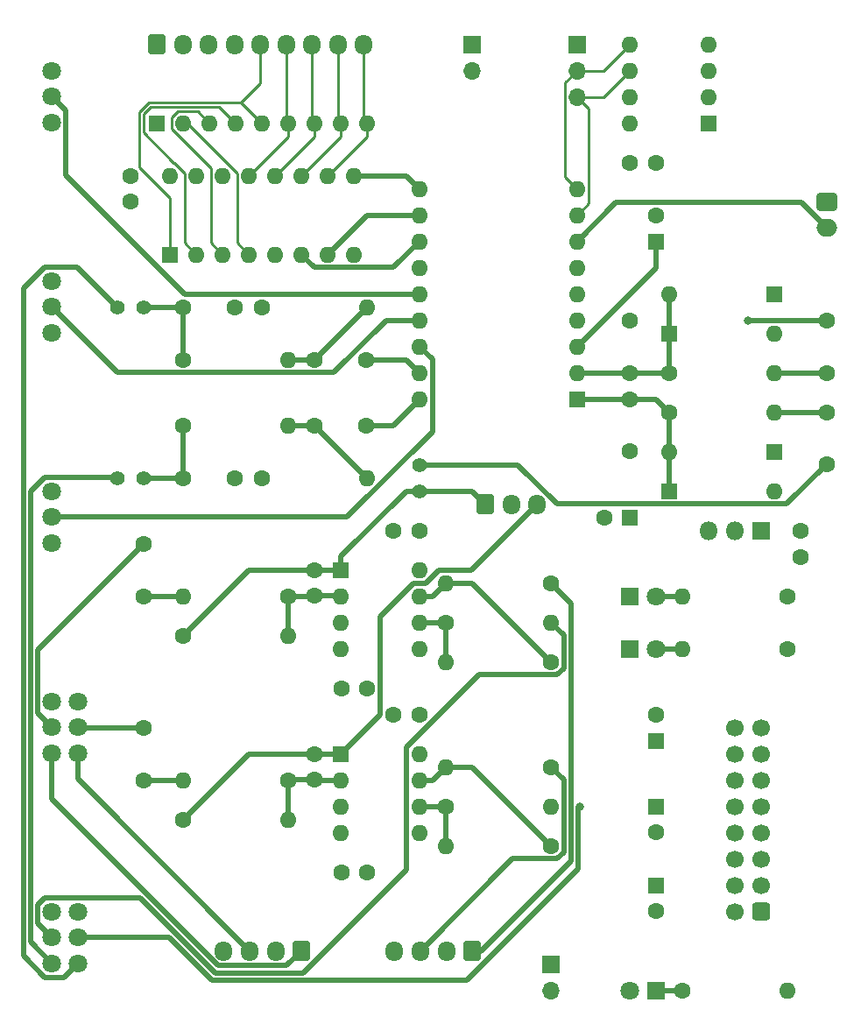
<source format=gtl>
G04 #@! TF.GenerationSoftware,KiCad,Pcbnew,(5.1.10)-1*
G04 #@! TF.CreationDate,2022-05-02T08:50:14+09:00*
G04 #@! TF.ProjectId,FV01,46563031-2e6b-4696-9361-645f70636258,Ver.1.0*
G04 #@! TF.SameCoordinates,Original*
G04 #@! TF.FileFunction,Copper,L1,Top*
G04 #@! TF.FilePolarity,Positive*
%FSLAX46Y46*%
G04 Gerber Fmt 4.6, Leading zero omitted, Abs format (unit mm)*
G04 Created by KiCad (PCBNEW (5.1.10)-1) date 2022-05-02 08:50:14*
%MOMM*%
%LPD*%
G01*
G04 APERTURE LIST*
G04 #@! TA.AperFunction,ComponentPad*
%ADD10O,1.700000X1.950000*%
G04 #@! TD*
G04 #@! TA.AperFunction,ComponentPad*
%ADD11C,1.600000*%
G04 #@! TD*
G04 #@! TA.AperFunction,ComponentPad*
%ADD12R,1.600000X1.600000*%
G04 #@! TD*
G04 #@! TA.AperFunction,ComponentPad*
%ADD13C,1.800000*%
G04 #@! TD*
G04 #@! TA.AperFunction,ComponentPad*
%ADD14O,1.700000X1.700000*%
G04 #@! TD*
G04 #@! TA.AperFunction,ComponentPad*
%ADD15R,1.700000X1.700000*%
G04 #@! TD*
G04 #@! TA.AperFunction,ComponentPad*
%ADD16O,1.600000X1.600000*%
G04 #@! TD*
G04 #@! TA.AperFunction,ComponentPad*
%ADD17O,1.800000X1.800000*%
G04 #@! TD*
G04 #@! TA.AperFunction,ComponentPad*
%ADD18R,1.800000X1.800000*%
G04 #@! TD*
G04 #@! TA.AperFunction,ComponentPad*
%ADD19O,2.000000X1.700000*%
G04 #@! TD*
G04 #@! TA.AperFunction,ComponentPad*
%ADD20C,1.400000*%
G04 #@! TD*
G04 #@! TA.AperFunction,ComponentPad*
%ADD21C,1.700000*%
G04 #@! TD*
G04 #@! TA.AperFunction,ViaPad*
%ADD22C,0.800000*%
G04 #@! TD*
G04 #@! TA.AperFunction,Conductor*
%ADD23C,0.500000*%
G04 #@! TD*
G04 #@! TA.AperFunction,Conductor*
%ADD24C,0.250000*%
G04 #@! TD*
G04 APERTURE END LIST*
D10*
G04 #@! TO.P,J3,4*
G04 #@! TO.N,GND*
X128390000Y-142240000D03*
G04 #@! TO.P,J3,3*
G04 #@! TO.N,/RIN*
X130890000Y-142240000D03*
G04 #@! TO.P,J3,2*
G04 #@! TO.N,GND*
X133390000Y-142240000D03*
G04 #@! TO.P,J3,1*
G04 #@! TO.N,/LIN*
G04 #@! TA.AperFunction,ComponentPad*
G36*
G01*
X136740000Y-141515000D02*
X136740000Y-142965000D01*
G75*
G02*
X136490000Y-143215000I-250000J0D01*
G01*
X135290000Y-143215000D01*
G75*
G02*
X135040000Y-142965000I0J250000D01*
G01*
X135040000Y-141515000D01*
G75*
G02*
X135290000Y-141265000I250000J0D01*
G01*
X136490000Y-141265000D01*
G75*
G02*
X136740000Y-141515000I0J-250000D01*
G01*
G37*
G04 #@! TD.AperFunction*
G04 #@! TD*
D11*
G04 #@! TO.P,C1,2*
G04 #@! TO.N,Net-(C1-Pad2)*
X137160000Y-107910000D03*
G04 #@! TO.P,C1,1*
G04 #@! TO.N,Net-(C1-Pad1)*
X137160000Y-105410000D03*
G04 #@! TD*
G04 #@! TO.P,C19,2*
G04 #@! TO.N,GND*
X129460000Y-80010000D03*
G04 #@! TO.P,C19,1*
G04 #@! TO.N,/FV-1/RFXOUT*
X124460000Y-80010000D03*
G04 #@! TD*
G04 #@! TO.P,C17,2*
G04 #@! TO.N,GND*
X129460000Y-96520000D03*
G04 #@! TO.P,C17,1*
G04 #@! TO.N,/FV-1/LFXOUT*
X124460000Y-96520000D03*
G04 #@! TD*
G04 #@! TO.P,C22,2*
G04 #@! TO.N,GND*
X170180000Y-71160000D03*
D12*
G04 #@! TO.P,C22,1*
G04 #@! TO.N,Net-(C22-Pad1)*
X170180000Y-73660000D03*
G04 #@! TD*
D11*
G04 #@! TO.P,C21,2*
G04 #@! TO.N,GND*
X167640000Y-81360000D03*
G04 #@! TO.P,C21,1*
G04 #@! TO.N,Net-(C21-Pad1)*
X167640000Y-86360000D03*
G04 #@! TD*
G04 #@! TO.P,C16,2*
G04 #@! TO.N,GND*
X167640000Y-93900000D03*
G04 #@! TO.P,C16,1*
G04 #@! TO.N,Net-(C16-Pad1)*
X167640000Y-88900000D03*
G04 #@! TD*
D13*
G04 #@! TO.P,RV5,1*
G04 #@! TO.N,GND*
X111760000Y-97790000D03*
G04 #@! TO.P,RV5,2*
G04 #@! TO.N,Net-(RV5-Pad2)*
X111760000Y-100290000D03*
G04 #@! TO.P,RV5,3*
G04 #@! TO.N,+3V3*
X111760000Y-102790000D03*
G04 #@! TD*
G04 #@! TO.P,RV4,1*
G04 #@! TO.N,GND*
X111760000Y-77470000D03*
G04 #@! TO.P,RV4,2*
G04 #@! TO.N,Net-(RV4-Pad2)*
X111760000Y-79970000D03*
G04 #@! TO.P,RV4,3*
G04 #@! TO.N,+3V3*
X111760000Y-82470000D03*
G04 #@! TD*
G04 #@! TO.P,RV3,1*
G04 #@! TO.N,GND*
X111760000Y-57150000D03*
G04 #@! TO.P,RV3,2*
G04 #@! TO.N,Net-(RV3-Pad2)*
X111760000Y-59650000D03*
G04 #@! TO.P,RV3,3*
G04 #@! TO.N,+3V3*
X111760000Y-62150000D03*
G04 #@! TD*
G04 #@! TO.P,RV2,4*
G04 #@! TO.N,Net-(C6-Pad1)*
X114260000Y-138430000D03*
G04 #@! TO.P,RV2,5*
G04 #@! TO.N,Net-(R12-Pad2)*
X114260000Y-140930000D03*
G04 #@! TO.P,RV2,6*
G04 #@! TO.N,Net-(JP3-Pad2)*
X114260000Y-143430000D03*
G04 #@! TO.P,RV2,1*
G04 #@! TO.N,Net-(C1-Pad1)*
X111760000Y-138430000D03*
G04 #@! TO.P,RV2,2*
G04 #@! TO.N,Net-(R5-Pad2)*
X111760000Y-140930000D03*
G04 #@! TO.P,RV2,3*
G04 #@! TO.N,Net-(JP2-Pad2)*
X111760000Y-143430000D03*
G04 #@! TD*
G04 #@! TO.P,RV1,4*
G04 #@! TO.N,GND*
X114260000Y-118110000D03*
G04 #@! TO.P,RV1,5*
G04 #@! TO.N,Net-(C9-Pad2)*
X114260000Y-120610000D03*
G04 #@! TO.P,RV1,6*
G04 #@! TO.N,/RIN*
X114260000Y-123110000D03*
G04 #@! TO.P,RV1,1*
G04 #@! TO.N,GND*
X111760000Y-118110000D03*
G04 #@! TO.P,RV1,2*
G04 #@! TO.N,Net-(C3-Pad2)*
X111760000Y-120610000D03*
G04 #@! TO.P,RV1,3*
G04 #@! TO.N,/LIN*
X111760000Y-123110000D03*
G04 #@! TD*
D10*
G04 #@! TO.P,J7,9*
G04 #@! TO.N,Net-(J7-Pad9)*
X141920000Y-54610000D03*
G04 #@! TO.P,J7,8*
G04 #@! TO.N,Net-(J7-Pad8)*
X139420000Y-54610000D03*
G04 #@! TO.P,J7,7*
G04 #@! TO.N,Net-(J7-Pad7)*
X136920000Y-54610000D03*
G04 #@! TO.P,J7,6*
G04 #@! TO.N,Net-(J7-Pad6)*
X134420000Y-54610000D03*
G04 #@! TO.P,J7,5*
G04 #@! TO.N,Net-(J7-Pad5)*
X131920000Y-54610000D03*
G04 #@! TO.P,J7,4*
G04 #@! TO.N,Net-(J7-Pad4)*
X129420000Y-54610000D03*
G04 #@! TO.P,J7,3*
G04 #@! TO.N,Net-(J7-Pad3)*
X126920000Y-54610000D03*
G04 #@! TO.P,J7,2*
G04 #@! TO.N,Net-(J7-Pad2)*
X124420000Y-54610000D03*
G04 #@! TO.P,J7,1*
G04 #@! TO.N,GND*
G04 #@! TA.AperFunction,ComponentPad*
G36*
G01*
X121070000Y-55335000D02*
X121070000Y-53885000D01*
G75*
G02*
X121320000Y-53635000I250000J0D01*
G01*
X122520000Y-53635000D01*
G75*
G02*
X122770000Y-53885000I0J-250000D01*
G01*
X122770000Y-55335000D01*
G75*
G02*
X122520000Y-55585000I-250000J0D01*
G01*
X121320000Y-55585000D01*
G75*
G02*
X121070000Y-55335000I0J250000D01*
G01*
G37*
G04 #@! TD.AperFunction*
G04 #@! TD*
D14*
G04 #@! TO.P,J6,3*
G04 #@! TO.N,/FV-1/SCL*
X162560000Y-59690000D03*
G04 #@! TO.P,J6,2*
G04 #@! TO.N,/FV-1/SDA*
X162560000Y-57150000D03*
D15*
G04 #@! TO.P,J6,1*
G04 #@! TO.N,GND*
X162560000Y-54610000D03*
G04 #@! TD*
D14*
G04 #@! TO.P,J5,2*
G04 #@! TO.N,GND*
X160020000Y-146050000D03*
D15*
G04 #@! TO.P,J5,1*
X160020000Y-143510000D03*
G04 #@! TD*
D14*
G04 #@! TO.P,J4,2*
G04 #@! TO.N,GND*
X152400000Y-57150000D03*
D15*
G04 #@! TO.P,J4,1*
X152400000Y-54610000D03*
G04 #@! TD*
D11*
G04 #@! TO.P,C6,2*
G04 #@! TO.N,Net-(C6-Pad2)*
X137160000Y-125690000D03*
G04 #@! TO.P,C6,1*
G04 #@! TO.N,Net-(C6-Pad1)*
X137160000Y-123190000D03*
G04 #@! TD*
G04 #@! TO.P,C5,2*
G04 #@! TO.N,GND*
X170180000Y-130770000D03*
D12*
G04 #@! TO.P,C5,1*
G04 #@! TO.N,+12V*
X170180000Y-128270000D03*
G04 #@! TD*
D16*
G04 #@! TO.P,U6,16*
G04 #@! TO.N,+3V3*
X123190000Y-67310000D03*
G04 #@! TO.P,U6,8*
G04 #@! TO.N,GND*
X140970000Y-74930000D03*
G04 #@! TO.P,U6,15*
G04 #@! TO.N,N/C*
X125730000Y-67310000D03*
G04 #@! TO.P,U6,7*
G04 #@! TO.N,Net-(U4-Pad11)*
X138430000Y-74930000D03*
G04 #@! TO.P,U6,14*
G04 #@! TO.N,N/C*
X128270000Y-67310000D03*
G04 #@! TO.P,U6,6*
G04 #@! TO.N,Net-(U4-Pad12)*
X135890000Y-74930000D03*
G04 #@! TO.P,U6,13*
G04 #@! TO.N,Net-(J7-Pad6)*
X130810000Y-67310000D03*
G04 #@! TO.P,U6,5*
G04 #@! TO.N,GND*
X133350000Y-74930000D03*
G04 #@! TO.P,U6,12*
G04 #@! TO.N,Net-(J7-Pad7)*
X133350000Y-67310000D03*
G04 #@! TO.P,U6,4*
G04 #@! TO.N,Net-(J7-Pad2)*
X130810000Y-74930000D03*
G04 #@! TO.P,U6,11*
G04 #@! TO.N,Net-(J7-Pad8)*
X135890000Y-67310000D03*
G04 #@! TO.P,U6,3*
G04 #@! TO.N,Net-(J7-Pad3)*
X128270000Y-74930000D03*
G04 #@! TO.P,U6,10*
G04 #@! TO.N,Net-(J7-Pad9)*
X138430000Y-67310000D03*
G04 #@! TO.P,U6,2*
G04 #@! TO.N,Net-(J7-Pad4)*
X125730000Y-74930000D03*
G04 #@! TO.P,U6,9*
G04 #@! TO.N,Net-(U4-Pad10)*
X140970000Y-67310000D03*
D12*
G04 #@! TO.P,U6,1*
G04 #@! TO.N,Net-(J7-Pad5)*
X123190000Y-74930000D03*
G04 #@! TD*
D16*
G04 #@! TO.P,U5,8*
G04 #@! TO.N,+3V3*
X167640000Y-62230000D03*
G04 #@! TO.P,U5,4*
G04 #@! TO.N,GND*
X175260000Y-54610000D03*
G04 #@! TO.P,U5,7*
X167640000Y-59690000D03*
G04 #@! TO.P,U5,3*
X175260000Y-57150000D03*
G04 #@! TO.P,U5,6*
G04 #@! TO.N,/FV-1/SCL*
X167640000Y-57150000D03*
G04 #@! TO.P,U5,2*
G04 #@! TO.N,GND*
X175260000Y-59690000D03*
G04 #@! TO.P,U5,5*
G04 #@! TO.N,/FV-1/SDA*
X167640000Y-54610000D03*
D12*
G04 #@! TO.P,U5,1*
G04 #@! TO.N,GND*
X175260000Y-62230000D03*
G04 #@! TD*
D16*
G04 #@! TO.P,U4,12*
G04 #@! TO.N,Net-(U4-Pad12)*
X147320000Y-73660000D03*
G04 #@! TO.P,U4,11*
G04 #@! TO.N,Net-(U4-Pad11)*
X147320000Y-71120000D03*
G04 #@! TO.P,U4,10*
G04 #@! TO.N,Net-(U4-Pad10)*
X147320000Y-68580000D03*
G04 #@! TO.P,U4,9*
G04 #@! TO.N,/FV-1/SDA*
X162560000Y-68580000D03*
G04 #@! TO.P,U4,8*
G04 #@! TO.N,/FV-1/SCL*
X162560000Y-71120000D03*
G04 #@! TO.P,U4,7*
G04 #@! TO.N,Net-(SW2-Pad2)*
X162560000Y-73660000D03*
G04 #@! TO.P,U4,18*
G04 #@! TO.N,Net-(C15-Pad2)*
X147320000Y-88900000D03*
G04 #@! TO.P,U4,6*
G04 #@! TO.N,+3V3*
X162560000Y-76200000D03*
G04 #@! TO.P,U4,17*
G04 #@! TO.N,Net-(C18-Pad2)*
X147320000Y-86360000D03*
G04 #@! TO.P,U4,5*
G04 #@! TO.N,+3V3*
X162560000Y-78740000D03*
G04 #@! TO.P,U4,16*
G04 #@! TO.N,Net-(RV5-Pad2)*
X147320000Y-83820000D03*
G04 #@! TO.P,U4,4*
G04 #@! TO.N,GND*
X162560000Y-81280000D03*
G04 #@! TO.P,U4,15*
G04 #@! TO.N,Net-(RV4-Pad2)*
X147320000Y-81280000D03*
G04 #@! TO.P,U4,3*
G04 #@! TO.N,Net-(C22-Pad1)*
X162560000Y-83820000D03*
G04 #@! TO.P,U4,14*
G04 #@! TO.N,Net-(RV3-Pad2)*
X147320000Y-78740000D03*
G04 #@! TO.P,U4,2*
G04 #@! TO.N,Net-(C21-Pad1)*
X162560000Y-86360000D03*
G04 #@! TO.P,U4,13*
G04 #@! TO.N,+3V3*
X147320000Y-76200000D03*
D12*
G04 #@! TO.P,U4,1*
G04 #@! TO.N,Net-(C16-Pad1)*
X162560000Y-88900000D03*
G04 #@! TD*
D17*
G04 #@! TO.P,U3,3*
G04 #@! TO.N,+3V3*
X175260000Y-101600000D03*
G04 #@! TO.P,U3,2*
G04 #@! TO.N,GND*
X177800000Y-101600000D03*
D18*
G04 #@! TO.P,U3,1*
G04 #@! TO.N,+5V*
X180340000Y-101600000D03*
G04 #@! TD*
D16*
G04 #@! TO.P,U2,8*
G04 #@! TO.N,+12V*
X147320000Y-123190000D03*
G04 #@! TO.P,U2,4*
G04 #@! TO.N,-12V*
X139700000Y-130810000D03*
G04 #@! TO.P,U2,7*
G04 #@! TO.N,Net-(R11-Pad2)*
X147320000Y-125730000D03*
G04 #@! TO.P,U2,3*
G04 #@! TO.N,GND*
X139700000Y-128270000D03*
G04 #@! TO.P,U2,6*
G04 #@! TO.N,Net-(R12-Pad1)*
X147320000Y-128270000D03*
G04 #@! TO.P,U2,2*
G04 #@! TO.N,Net-(C6-Pad2)*
X139700000Y-125730000D03*
G04 #@! TO.P,U2,5*
G04 #@! TO.N,GND*
X147320000Y-130810000D03*
D12*
G04 #@! TO.P,U2,1*
G04 #@! TO.N,Net-(C6-Pad1)*
X139700000Y-123190000D03*
G04 #@! TD*
D16*
G04 #@! TO.P,U1,8*
G04 #@! TO.N,+12V*
X147320000Y-105410000D03*
G04 #@! TO.P,U1,4*
G04 #@! TO.N,-12V*
X139700000Y-113030000D03*
G04 #@! TO.P,U1,7*
G04 #@! TO.N,Net-(R2-Pad1)*
X147320000Y-107950000D03*
G04 #@! TO.P,U1,3*
G04 #@! TO.N,GND*
X139700000Y-110490000D03*
G04 #@! TO.P,U1,6*
G04 #@! TO.N,Net-(R2-Pad2)*
X147320000Y-110490000D03*
G04 #@! TO.P,U1,2*
G04 #@! TO.N,Net-(C1-Pad2)*
X139700000Y-107950000D03*
G04 #@! TO.P,U1,5*
G04 #@! TO.N,GND*
X147320000Y-113030000D03*
D12*
G04 #@! TO.P,U1,1*
G04 #@! TO.N,Net-(C1-Pad1)*
X139700000Y-105410000D03*
G04 #@! TD*
D19*
G04 #@! TO.P,SW2,2*
G04 #@! TO.N,Net-(SW2-Pad2)*
X186690000Y-72350000D03*
G04 #@! TO.P,SW2,1*
G04 #@! TO.N,GND*
G04 #@! TA.AperFunction,ComponentPad*
G36*
G01*
X185940000Y-69000000D02*
X187440000Y-69000000D01*
G75*
G02*
X187690000Y-69250000I0J-250000D01*
G01*
X187690000Y-70450000D01*
G75*
G02*
X187440000Y-70700000I-250000J0D01*
G01*
X185940000Y-70700000D01*
G75*
G02*
X185690000Y-70450000I0J250000D01*
G01*
X185690000Y-69250000D01*
G75*
G02*
X185940000Y-69000000I250000J0D01*
G01*
G37*
G04 #@! TD.AperFunction*
G04 #@! TD*
D10*
G04 #@! TO.P,SW1,3*
G04 #@! TO.N,Net-(C6-Pad1)*
X158670000Y-99060000D03*
G04 #@! TO.P,SW1,2*
G04 #@! TO.N,/FV-1/RFXIN*
X156170000Y-99060000D03*
G04 #@! TO.P,SW1,1*
G04 #@! TO.N,Net-(C1-Pad1)*
G04 #@! TA.AperFunction,ComponentPad*
G36*
G01*
X152820000Y-99785000D02*
X152820000Y-98335000D01*
G75*
G02*
X153070000Y-98085000I250000J0D01*
G01*
X154270000Y-98085000D01*
G75*
G02*
X154520000Y-98335000I0J-250000D01*
G01*
X154520000Y-99785000D01*
G75*
G02*
X154270000Y-100035000I-250000J0D01*
G01*
X153070000Y-100035000D01*
G75*
G02*
X152820000Y-99785000I0J250000D01*
G01*
G37*
G04 #@! TD.AperFunction*
G04 #@! TD*
D16*
G04 #@! TO.P,RN1,9*
G04 #@! TO.N,Net-(J7-Pad9)*
X142240000Y-62230000D03*
G04 #@! TO.P,RN1,8*
G04 #@! TO.N,Net-(J7-Pad8)*
X139700000Y-62230000D03*
G04 #@! TO.P,RN1,7*
G04 #@! TO.N,Net-(J7-Pad7)*
X137160000Y-62230000D03*
G04 #@! TO.P,RN1,6*
G04 #@! TO.N,Net-(J7-Pad6)*
X134620000Y-62230000D03*
G04 #@! TO.P,RN1,5*
G04 #@! TO.N,Net-(J7-Pad5)*
X132080000Y-62230000D03*
G04 #@! TO.P,RN1,4*
G04 #@! TO.N,Net-(J7-Pad4)*
X129540000Y-62230000D03*
G04 #@! TO.P,RN1,3*
G04 #@! TO.N,Net-(J7-Pad3)*
X127000000Y-62230000D03*
G04 #@! TO.P,RN1,2*
G04 #@! TO.N,Net-(J7-Pad2)*
X124460000Y-62230000D03*
D12*
G04 #@! TO.P,RN1,1*
G04 #@! TO.N,+3V3*
X121920000Y-62230000D03*
G04 #@! TD*
D16*
G04 #@! TO.P,R19,2*
G04 #@! TO.N,Net-(C20-Pad1)*
X181610000Y-86360000D03*
D11*
G04 #@! TO.P,R19,1*
G04 #@! TO.N,Net-(C21-Pad1)*
X171450000Y-86360000D03*
G04 #@! TD*
D16*
G04 #@! TO.P,R18,2*
G04 #@! TO.N,Net-(C18-Pad1)*
X142240000Y-80010000D03*
D11*
G04 #@! TO.P,R18,1*
G04 #@! TO.N,GND*
X132080000Y-80010000D03*
G04 #@! TD*
D16*
G04 #@! TO.P,R17,2*
G04 #@! TO.N,Net-(C18-Pad1)*
X134620000Y-85090000D03*
D11*
G04 #@! TO.P,R17,1*
G04 #@! TO.N,/FV-1/RFXOUT*
X124460000Y-85090000D03*
G04 #@! TD*
D16*
G04 #@! TO.P,R16,2*
G04 #@! TO.N,Net-(C15-Pad1)*
X142240000Y-96520000D03*
D11*
G04 #@! TO.P,R16,1*
G04 #@! TO.N,GND*
X132080000Y-96520000D03*
G04 #@! TD*
D16*
G04 #@! TO.P,R15,2*
G04 #@! TO.N,Net-(C15-Pad1)*
X134620000Y-91440000D03*
D11*
G04 #@! TO.P,R15,1*
G04 #@! TO.N,/FV-1/LFXOUT*
X124460000Y-91440000D03*
G04 #@! TD*
D16*
G04 #@! TO.P,R14,2*
G04 #@! TO.N,Net-(C14-Pad1)*
X181610000Y-90170000D03*
D11*
G04 #@! TO.P,R14,1*
G04 #@! TO.N,Net-(C16-Pad1)*
X171450000Y-90170000D03*
G04 #@! TD*
D16*
G04 #@! TO.P,R13,2*
G04 #@! TO.N,Net-(D3-Pad2)*
X172720000Y-107950000D03*
D11*
G04 #@! TO.P,R13,1*
G04 #@! TO.N,+3V3*
X182880000Y-107950000D03*
G04 #@! TD*
D16*
G04 #@! TO.P,R12,2*
G04 #@! TO.N,Net-(R12-Pad2)*
X160020000Y-128270000D03*
D11*
G04 #@! TO.P,R12,1*
G04 #@! TO.N,Net-(R12-Pad1)*
X149860000Y-128270000D03*
G04 #@! TD*
D16*
G04 #@! TO.P,R11,2*
G04 #@! TO.N,Net-(R11-Pad2)*
X149860000Y-124460000D03*
D11*
G04 #@! TO.P,R11,1*
G04 #@! TO.N,/ROUT*
X160020000Y-124460000D03*
G04 #@! TD*
D16*
G04 #@! TO.P,R10,2*
G04 #@! TO.N,Net-(C9-Pad1)*
X124460000Y-125730000D03*
D11*
G04 #@! TO.P,R10,1*
G04 #@! TO.N,Net-(C6-Pad2)*
X134620000Y-125730000D03*
G04 #@! TD*
D16*
G04 #@! TO.P,R9,2*
G04 #@! TO.N,Net-(R12-Pad1)*
X149860000Y-132080000D03*
D11*
G04 #@! TO.P,R9,1*
G04 #@! TO.N,Net-(R11-Pad2)*
X160020000Y-132080000D03*
G04 #@! TD*
D16*
G04 #@! TO.P,R8,2*
G04 #@! TO.N,-12V*
X182880000Y-146050000D03*
D11*
G04 #@! TO.P,R8,1*
G04 #@! TO.N,Net-(D2-Pad1)*
X172720000Y-146050000D03*
G04 #@! TD*
D16*
G04 #@! TO.P,R7,2*
G04 #@! TO.N,Net-(C6-Pad2)*
X134620000Y-129540000D03*
D11*
G04 #@! TO.P,R7,1*
G04 #@! TO.N,Net-(C6-Pad1)*
X124460000Y-129540000D03*
G04 #@! TD*
D16*
G04 #@! TO.P,R6,2*
G04 #@! TO.N,Net-(D1-Pad2)*
X172720000Y-113030000D03*
D11*
G04 #@! TO.P,R6,1*
G04 #@! TO.N,+12V*
X182880000Y-113030000D03*
G04 #@! TD*
D16*
G04 #@! TO.P,R5,2*
G04 #@! TO.N,Net-(R5-Pad2)*
X160020000Y-110490000D03*
D11*
G04 #@! TO.P,R5,1*
G04 #@! TO.N,Net-(R2-Pad2)*
X149860000Y-110490000D03*
G04 #@! TD*
D16*
G04 #@! TO.P,R4,2*
G04 #@! TO.N,Net-(R2-Pad1)*
X149860000Y-106680000D03*
D11*
G04 #@! TO.P,R4,1*
G04 #@! TO.N,/LOUT*
X160020000Y-106680000D03*
G04 #@! TD*
D16*
G04 #@! TO.P,R3,2*
G04 #@! TO.N,Net-(C3-Pad1)*
X124460000Y-107950000D03*
D11*
G04 #@! TO.P,R3,1*
G04 #@! TO.N,Net-(C1-Pad2)*
X134620000Y-107950000D03*
G04 #@! TD*
D16*
G04 #@! TO.P,R2,2*
G04 #@! TO.N,Net-(R2-Pad2)*
X149860000Y-114300000D03*
D11*
G04 #@! TO.P,R2,1*
G04 #@! TO.N,Net-(R2-Pad1)*
X160020000Y-114300000D03*
G04 #@! TD*
D16*
G04 #@! TO.P,R1,2*
G04 #@! TO.N,Net-(C1-Pad2)*
X134620000Y-111760000D03*
D11*
G04 #@! TO.P,R1,1*
G04 #@! TO.N,Net-(C1-Pad1)*
X124460000Y-111760000D03*
G04 #@! TD*
D20*
G04 #@! TO.P,JP3,2*
G04 #@! TO.N,Net-(JP3-Pad2)*
X118110000Y-80010000D03*
G04 #@! TO.P,JP3,1*
G04 #@! TO.N,/FV-1/RFXOUT*
X120650000Y-80010000D03*
G04 #@! TD*
G04 #@! TO.P,JP2,2*
G04 #@! TO.N,Net-(JP2-Pad2)*
X118110000Y-96520000D03*
G04 #@! TO.P,JP2,1*
G04 #@! TO.N,/FV-1/LFXOUT*
X120650000Y-96520000D03*
G04 #@! TD*
G04 #@! TO.P,JP1,2*
G04 #@! TO.N,/FV-1/LFXIN*
X147320000Y-95250000D03*
G04 #@! TO.P,JP1,1*
G04 #@! TO.N,Net-(C1-Pad1)*
X147320000Y-97790000D03*
G04 #@! TD*
D10*
G04 #@! TO.P,J2,4*
G04 #@! TO.N,GND*
X144900000Y-142240000D03*
G04 #@! TO.P,J2,3*
G04 #@! TO.N,/ROUT*
X147400000Y-142240000D03*
G04 #@! TO.P,J2,2*
G04 #@! TO.N,GND*
X149900000Y-142240000D03*
G04 #@! TO.P,J2,1*
G04 #@! TO.N,/LOUT*
G04 #@! TA.AperFunction,ComponentPad*
G36*
G01*
X153250000Y-141515000D02*
X153250000Y-142965000D01*
G75*
G02*
X153000000Y-143215000I-250000J0D01*
G01*
X151800000Y-143215000D01*
G75*
G02*
X151550000Y-142965000I0J250000D01*
G01*
X151550000Y-141515000D01*
G75*
G02*
X151800000Y-141265000I250000J0D01*
G01*
X153000000Y-141265000D01*
G75*
G02*
X153250000Y-141515000I0J-250000D01*
G01*
G37*
G04 #@! TD.AperFunction*
G04 #@! TD*
D21*
G04 #@! TO.P,J1,16*
G04 #@! TO.N,N/C*
X177800000Y-120650000D03*
G04 #@! TO.P,J1,14*
X177800000Y-123190000D03*
G04 #@! TO.P,J1,12*
G04 #@! TO.N,+5V*
X177800000Y-125730000D03*
G04 #@! TO.P,J1,10*
G04 #@! TO.N,+12V*
X177800000Y-128270000D03*
G04 #@! TO.P,J1,8*
G04 #@! TO.N,GND*
X177800000Y-130810000D03*
G04 #@! TO.P,J1,6*
X177800000Y-133350000D03*
G04 #@! TO.P,J1,4*
X177800000Y-135890000D03*
G04 #@! TO.P,J1,2*
G04 #@! TO.N,-12V*
X177800000Y-138430000D03*
G04 #@! TO.P,J1,15*
G04 #@! TO.N,N/C*
X180340000Y-120650000D03*
G04 #@! TO.P,J1,13*
X180340000Y-123190000D03*
G04 #@! TO.P,J1,11*
G04 #@! TO.N,+5V*
X180340000Y-125730000D03*
G04 #@! TO.P,J1,9*
G04 #@! TO.N,+12V*
X180340000Y-128270000D03*
G04 #@! TO.P,J1,7*
G04 #@! TO.N,GND*
X180340000Y-130810000D03*
G04 #@! TO.P,J1,5*
X180340000Y-133350000D03*
G04 #@! TO.P,J1,3*
X180340000Y-135890000D03*
G04 #@! TO.P,J1,1*
G04 #@! TO.N,-12V*
G04 #@! TA.AperFunction,ComponentPad*
G36*
G01*
X181190000Y-137830000D02*
X181190000Y-139030000D01*
G75*
G02*
X180940000Y-139280000I-250000J0D01*
G01*
X179740000Y-139280000D01*
G75*
G02*
X179490000Y-139030000I0J250000D01*
G01*
X179490000Y-137830000D01*
G75*
G02*
X179740000Y-137580000I250000J0D01*
G01*
X180940000Y-137580000D01*
G75*
G02*
X181190000Y-137830000I0J-250000D01*
G01*
G37*
G04 #@! TD.AperFunction*
G04 #@! TD*
D16*
G04 #@! TO.P,D7,2*
G04 #@! TO.N,GND*
X181610000Y-82550000D03*
D12*
G04 #@! TO.P,D7,1*
G04 #@! TO.N,Net-(C21-Pad1)*
X171450000Y-82550000D03*
G04 #@! TD*
D16*
G04 #@! TO.P,D6,2*
G04 #@! TO.N,Net-(C21-Pad1)*
X171450000Y-78740000D03*
D12*
G04 #@! TO.P,D6,1*
G04 #@! TO.N,+3V3*
X181610000Y-78740000D03*
G04 #@! TD*
D16*
G04 #@! TO.P,D5,2*
G04 #@! TO.N,GND*
X181610000Y-97790000D03*
D12*
G04 #@! TO.P,D5,1*
G04 #@! TO.N,Net-(C16-Pad1)*
X171450000Y-97790000D03*
G04 #@! TD*
D16*
G04 #@! TO.P,D4,2*
G04 #@! TO.N,Net-(C16-Pad1)*
X171450000Y-93980000D03*
D12*
G04 #@! TO.P,D4,1*
G04 #@! TO.N,+3V3*
X181610000Y-93980000D03*
G04 #@! TD*
D13*
G04 #@! TO.P,D3,2*
G04 #@! TO.N,Net-(D3-Pad2)*
X170180000Y-107950000D03*
D18*
G04 #@! TO.P,D3,1*
G04 #@! TO.N,GND*
X167640000Y-107950000D03*
G04 #@! TD*
D13*
G04 #@! TO.P,D2,2*
G04 #@! TO.N,GND*
X167640000Y-146050000D03*
D18*
G04 #@! TO.P,D2,1*
G04 #@! TO.N,Net-(D2-Pad1)*
X170180000Y-146050000D03*
G04 #@! TD*
D13*
G04 #@! TO.P,D1,2*
G04 #@! TO.N,Net-(D1-Pad2)*
X170180000Y-113030000D03*
D18*
G04 #@! TO.P,D1,1*
G04 #@! TO.N,GND*
X167640000Y-113030000D03*
G04 #@! TD*
D11*
G04 #@! TO.P,C24,2*
G04 #@! TO.N,GND*
X119380000Y-69810000D03*
G04 #@! TO.P,C24,1*
G04 #@! TO.N,+3V3*
X119380000Y-67310000D03*
G04 #@! TD*
G04 #@! TO.P,C23,2*
G04 #@! TO.N,GND*
X170140000Y-66040000D03*
G04 #@! TO.P,C23,1*
G04 #@! TO.N,+3V3*
X167640000Y-66040000D03*
G04 #@! TD*
G04 #@! TO.P,C20,2*
G04 #@! TO.N,/FV-1/RFXIN*
X186690000Y-81360000D03*
G04 #@! TO.P,C20,1*
G04 #@! TO.N,Net-(C20-Pad1)*
X186690000Y-86360000D03*
G04 #@! TD*
G04 #@! TO.P,C18,2*
G04 #@! TO.N,Net-(C18-Pad2)*
X142160000Y-85090000D03*
G04 #@! TO.P,C18,1*
G04 #@! TO.N,Net-(C18-Pad1)*
X137160000Y-85090000D03*
G04 #@! TD*
G04 #@! TO.P,C15,2*
G04 #@! TO.N,Net-(C15-Pad2)*
X142160000Y-91440000D03*
G04 #@! TO.P,C15,1*
G04 #@! TO.N,Net-(C15-Pad1)*
X137160000Y-91440000D03*
G04 #@! TD*
G04 #@! TO.P,C14,2*
G04 #@! TO.N,/FV-1/LFXIN*
X186690000Y-95170000D03*
G04 #@! TO.P,C14,1*
G04 #@! TO.N,Net-(C14-Pad1)*
X186690000Y-90170000D03*
G04 #@! TD*
G04 #@! TO.P,C13,2*
G04 #@! TO.N,GND*
X165140000Y-100330000D03*
D12*
G04 #@! TO.P,C13,1*
G04 #@! TO.N,+3V3*
X167640000Y-100330000D03*
G04 #@! TD*
D11*
G04 #@! TO.P,C12,2*
G04 #@! TO.N,GND*
X184150000Y-104140000D03*
G04 #@! TO.P,C12,1*
G04 #@! TO.N,+5V*
X184150000Y-101640000D03*
G04 #@! TD*
G04 #@! TO.P,C11,2*
G04 #@! TO.N,GND*
X170180000Y-119420000D03*
D12*
G04 #@! TO.P,C11,1*
G04 #@! TO.N,+5V*
X170180000Y-121920000D03*
G04 #@! TD*
D11*
G04 #@! TO.P,C10,2*
G04 #@! TO.N,-12V*
X139740000Y-134620000D03*
G04 #@! TO.P,C10,1*
G04 #@! TO.N,GND*
X142240000Y-134620000D03*
G04 #@! TD*
G04 #@! TO.P,C9,2*
G04 #@! TO.N,Net-(C9-Pad2)*
X120650000Y-120730000D03*
G04 #@! TO.P,C9,1*
G04 #@! TO.N,Net-(C9-Pad1)*
X120650000Y-125730000D03*
G04 #@! TD*
G04 #@! TO.P,C8,2*
G04 #@! TO.N,+12V*
X147280000Y-119380000D03*
G04 #@! TO.P,C8,1*
G04 #@! TO.N,GND*
X144780000Y-119380000D03*
G04 #@! TD*
G04 #@! TO.P,C7,2*
G04 #@! TO.N,-12V*
X170180000Y-138390000D03*
D12*
G04 #@! TO.P,C7,1*
G04 #@! TO.N,GND*
X170180000Y-135890000D03*
G04 #@! TD*
D11*
G04 #@! TO.P,C4,2*
G04 #@! TO.N,-12V*
X139740000Y-116840000D03*
G04 #@! TO.P,C4,1*
G04 #@! TO.N,GND*
X142240000Y-116840000D03*
G04 #@! TD*
G04 #@! TO.P,C3,2*
G04 #@! TO.N,Net-(C3-Pad2)*
X120650000Y-102950000D03*
G04 #@! TO.P,C3,1*
G04 #@! TO.N,Net-(C3-Pad1)*
X120650000Y-107950000D03*
G04 #@! TD*
G04 #@! TO.P,C2,2*
G04 #@! TO.N,+12V*
X147280000Y-101600000D03*
G04 #@! TO.P,C2,1*
G04 #@! TO.N,GND*
X144780000Y-101600000D03*
G04 #@! TD*
D22*
G04 #@! TO.N,/FV-1/RFXIN*
X179070000Y-81280000D03*
G04 #@! TO.N,Net-(R12-Pad2)*
X162820011Y-128270000D03*
G04 #@! TD*
D23*
G04 #@! TO.N,Net-(C1-Pad2)*
X134620000Y-107950000D02*
X134620000Y-111760000D01*
X137120000Y-107950000D02*
X137160000Y-107910000D01*
X134620000Y-107950000D02*
X137120000Y-107950000D01*
X139660000Y-107910000D02*
X139700000Y-107950000D01*
X137160000Y-107910000D02*
X139660000Y-107910000D01*
G04 #@! TO.N,Net-(C1-Pad1)*
X139700000Y-105410000D02*
X137160000Y-105410000D01*
X130810000Y-105410000D02*
X137160000Y-105410000D01*
X124460000Y-111760000D02*
X130810000Y-105410000D01*
X146020000Y-97790000D02*
X147320000Y-97790000D01*
X139700000Y-104110000D02*
X146020000Y-97790000D01*
X139700000Y-105410000D02*
X139700000Y-104110000D01*
X152400000Y-97790000D02*
X153670000Y-99060000D01*
X147320000Y-97790000D02*
X152400000Y-97790000D01*
G04 #@! TO.N,Net-(C3-Pad1)*
X124460000Y-107950000D02*
X120650000Y-107950000D01*
G04 #@! TO.N,Net-(C9-Pad1)*
X120650000Y-125730000D02*
X124460000Y-125730000D01*
G04 #@! TO.N,/FV-1/LFXIN*
X156823491Y-95250000D02*
X147320000Y-95250000D01*
X160613492Y-99040001D02*
X156823491Y-95250000D01*
X182819999Y-99040001D02*
X160613492Y-99040001D01*
X186690000Y-95170000D02*
X182819999Y-99040001D01*
G04 #@! TO.N,Net-(C14-Pad1)*
X181610000Y-90170000D02*
X186690000Y-90170000D01*
G04 #@! TO.N,Net-(C15-Pad2)*
X144780000Y-91440000D02*
X147320000Y-88900000D01*
X142160000Y-91440000D02*
X144780000Y-91440000D01*
G04 #@! TO.N,Net-(C15-Pad1)*
X134620000Y-91440000D02*
X137160000Y-91440000D01*
X137160000Y-91440000D02*
X142240000Y-96520000D01*
G04 #@! TO.N,Net-(C16-Pad1)*
X162560000Y-88900000D02*
X167640000Y-88900000D01*
X170180000Y-88900000D02*
X171450000Y-90170000D01*
X167640000Y-88900000D02*
X170180000Y-88900000D01*
X171450000Y-90170000D02*
X171450000Y-93980000D01*
X171450000Y-93980000D02*
X171450000Y-97790000D01*
G04 #@! TO.N,/FV-1/LFXOUT*
X124460000Y-91440000D02*
X124460000Y-96520000D01*
X120650000Y-96520000D02*
X124460000Y-96520000D01*
G04 #@! TO.N,Net-(C18-Pad2)*
X146050000Y-85090000D02*
X147320000Y-86360000D01*
X142160000Y-85090000D02*
X146050000Y-85090000D01*
G04 #@! TO.N,Net-(C18-Pad1)*
X134620000Y-85090000D02*
X137160000Y-85090000D01*
X137160000Y-85090000D02*
X142240000Y-80010000D01*
G04 #@! TO.N,/FV-1/RFXOUT*
X124460000Y-80010000D02*
X124460000Y-85090000D01*
X120650000Y-80010000D02*
X124460000Y-80010000D01*
G04 #@! TO.N,/FV-1/RFXIN*
X186610000Y-81280000D02*
X186690000Y-81360000D01*
X179070000Y-81280000D02*
X186610000Y-81280000D01*
G04 #@! TO.N,Net-(C20-Pad1)*
X181610000Y-86360000D02*
X186690000Y-86360000D01*
G04 #@! TO.N,Net-(C21-Pad1)*
X162560000Y-86360000D02*
X167640000Y-86360000D01*
X167640000Y-86360000D02*
X171450000Y-86360000D01*
X171450000Y-82550000D02*
X171450000Y-86360000D01*
X171450000Y-78740000D02*
X171450000Y-82550000D01*
G04 #@! TO.N,Net-(C22-Pad1)*
X170180000Y-76200000D02*
X170180000Y-73660000D01*
X162560000Y-83820000D02*
X170180000Y-76200000D01*
G04 #@! TO.N,Net-(D1-Pad2)*
X170180000Y-113030000D02*
X172720000Y-113030000D01*
G04 #@! TO.N,Net-(D2-Pad1)*
X170180000Y-146050000D02*
X172720000Y-146050000D01*
G04 #@! TO.N,Net-(D3-Pad2)*
X170180000Y-107950000D02*
X172720000Y-107950000D01*
G04 #@! TO.N,/RIN*
X114260000Y-125610000D02*
X130890000Y-142240000D01*
X114260000Y-123110000D02*
X114260000Y-125610000D01*
G04 #@! TO.N,/LIN*
X134464990Y-143665010D02*
X135890000Y-142240000D01*
X111760000Y-127573491D02*
X127851519Y-143665010D01*
X127851519Y-143665010D02*
X134464990Y-143665010D01*
X111760000Y-123110000D02*
X111760000Y-127573491D01*
G04 #@! TO.N,/ROUT*
X161270001Y-125710001D02*
X160020000Y-124460000D01*
X160620001Y-133330001D02*
X161270001Y-132680001D01*
X161270001Y-132680001D02*
X161270001Y-125710001D01*
X156309999Y-133330001D02*
X160620001Y-133330001D01*
X147400000Y-142240000D02*
X156309999Y-133330001D01*
G04 #@! TO.N,/LOUT*
X161970011Y-108630011D02*
X160020000Y-106680000D01*
X161970011Y-133519989D02*
X161970011Y-108630011D01*
X153250000Y-142240000D02*
X161970011Y-133519989D01*
X152400000Y-142240000D02*
X153250000Y-142240000D01*
D24*
G04 #@! TO.N,/FV-1/SDA*
X165100000Y-57150000D02*
X167640000Y-54610000D01*
X162560000Y-57150000D02*
X165100000Y-57150000D01*
X161384999Y-58325001D02*
X162560000Y-57150000D01*
X161384999Y-67404999D02*
X161384999Y-58325001D01*
X162560000Y-68580000D02*
X161384999Y-67404999D01*
G04 #@! TO.N,/FV-1/SCL*
X165100000Y-59690000D02*
X167640000Y-57150000D01*
X162560000Y-59690000D02*
X165100000Y-59690000D01*
X163685001Y-60815001D02*
X162560000Y-59690000D01*
X163685001Y-69994999D02*
X163685001Y-60815001D01*
X162560000Y-71120000D02*
X163685001Y-69994999D01*
D23*
G04 #@! TO.N,Net-(JP2-Pad2)*
X118029999Y-96439999D02*
X118110000Y-96520000D01*
X111111999Y-96439999D02*
X118029999Y-96439999D01*
X109709989Y-97842009D02*
X111111999Y-96439999D01*
X109709989Y-141379989D02*
X109709989Y-97842009D01*
X111760000Y-143430000D02*
X109709989Y-141379989D01*
G04 #@! TO.N,Net-(JP3-Pad2)*
X114219999Y-76119999D02*
X118110000Y-80010000D01*
X111111999Y-76119999D02*
X114219999Y-76119999D01*
X109009979Y-78222019D02*
X111111999Y-76119999D01*
X109009979Y-142677981D02*
X109009979Y-78222019D01*
X111111999Y-144780001D02*
X109009979Y-142677981D01*
X112909999Y-144780001D02*
X111111999Y-144780001D01*
X114260000Y-143430000D02*
X112909999Y-144780001D01*
G04 #@! TO.N,Net-(R2-Pad2)*
X147320000Y-110490000D02*
X149860000Y-110490000D01*
X149860000Y-110490000D02*
X149860000Y-114300000D01*
G04 #@! TO.N,Net-(R2-Pad1)*
X148590000Y-107950000D02*
X149860000Y-106680000D01*
X147320000Y-107950000D02*
X148590000Y-107950000D01*
X152400000Y-106680000D02*
X160020000Y-114300000D01*
X149860000Y-106680000D02*
X152400000Y-106680000D01*
G04 #@! TO.N,Net-(R5-Pad2)*
X161270001Y-114900001D02*
X161270001Y-111740001D01*
X153109997Y-115550001D02*
X160620001Y-115550001D01*
X146069999Y-122589999D02*
X153109997Y-115550001D01*
X161270001Y-111740001D02*
X160020000Y-110490000D01*
X146069999Y-134374967D02*
X146069999Y-122589999D01*
X136079946Y-144365020D02*
X146069999Y-134374967D01*
X127561566Y-144365020D02*
X136079946Y-144365020D01*
X111111999Y-137079999D02*
X120276546Y-137079999D01*
X120276546Y-137079999D02*
X127561566Y-144365020D01*
X110409999Y-137781999D02*
X111111999Y-137079999D01*
X110409999Y-139579999D02*
X110409999Y-137781999D01*
X160620001Y-115550001D02*
X161270001Y-114900001D01*
X111760000Y-140930000D02*
X110409999Y-139579999D01*
G04 #@! TO.N,Net-(R12-Pad1)*
X147320000Y-128270000D02*
X149860000Y-128270000D01*
X149860000Y-128270000D02*
X149860000Y-132080000D01*
G04 #@! TO.N,Net-(R11-Pad2)*
X148590000Y-125730000D02*
X149860000Y-124460000D01*
X147320000Y-125730000D02*
X148590000Y-125730000D01*
X152400000Y-124460000D02*
X160020000Y-132080000D01*
X149860000Y-124460000D02*
X152400000Y-124460000D01*
G04 #@! TO.N,Net-(R12-Pad2)*
X162670021Y-128419990D02*
X162820011Y-128270000D01*
X162670021Y-134284945D02*
X162670021Y-128419990D01*
X151889936Y-145065030D02*
X162670021Y-134284945D01*
X127271613Y-145065030D02*
X151889936Y-145065030D01*
X123136585Y-140930000D02*
X127271613Y-145065030D01*
X114260000Y-140930000D02*
X123136585Y-140930000D01*
G04 #@! TO.N,Net-(RV5-Pad2)*
X148570001Y-85070001D02*
X147320000Y-83820000D01*
X148570001Y-92040001D02*
X148570001Y-85070001D01*
X140320002Y-100290000D02*
X148570001Y-92040001D01*
X111760000Y-100290000D02*
X140320002Y-100290000D01*
G04 #@! TO.N,Net-(SW2-Pad2)*
X184249999Y-69909999D02*
X186690000Y-72350000D01*
X166310001Y-69909999D02*
X184249999Y-69909999D01*
X162560000Y-73660000D02*
X166310001Y-69909999D01*
G04 #@! TO.N,Net-(U4-Pad12)*
X144799999Y-76180001D02*
X147320000Y-73660000D01*
X137140001Y-76180001D02*
X144799999Y-76180001D01*
X135890000Y-74930000D02*
X137140001Y-76180001D01*
G04 #@! TO.N,Net-(U4-Pad11)*
X142240000Y-71120000D02*
X147320000Y-71120000D01*
X138430000Y-74930000D02*
X142240000Y-71120000D01*
G04 #@! TO.N,Net-(U4-Pad10)*
X146050000Y-67310000D02*
X147320000Y-68580000D01*
X140970000Y-67310000D02*
X146050000Y-67310000D01*
G04 #@! TO.N,Net-(C6-Pad2)*
X137200000Y-125730000D02*
X137160000Y-125690000D01*
X139700000Y-125730000D02*
X137200000Y-125730000D01*
X134660000Y-125690000D02*
X134620000Y-125730000D01*
X137160000Y-125690000D02*
X134660000Y-125690000D01*
X134620000Y-125730000D02*
X134620000Y-129540000D01*
G04 #@! TO.N,Net-(C6-Pad1)*
X137160000Y-123190000D02*
X139700000Y-123190000D01*
X130810000Y-123190000D02*
X124460000Y-129540000D01*
X137160000Y-123190000D02*
X130810000Y-123190000D01*
X143490001Y-119399999D02*
X139700000Y-123190000D01*
X143490001Y-109929997D02*
X143490001Y-119399999D01*
X146719999Y-106699999D02*
X143490001Y-109929997D01*
X147920001Y-106699999D02*
X146719999Y-106699999D01*
X149190001Y-105429999D02*
X147920001Y-106699999D01*
X152300001Y-105429999D02*
X149190001Y-105429999D01*
X158670000Y-99060000D02*
X152300001Y-105429999D01*
D24*
G04 #@! TO.N,Net-(J7-Pad8)*
X139420000Y-61950000D02*
X139700000Y-62230000D01*
X139420000Y-54610000D02*
X139420000Y-61950000D01*
X139700000Y-63500000D02*
X135890000Y-67310000D01*
X139700000Y-62230000D02*
X139700000Y-63500000D01*
G04 #@! TO.N,Net-(J7-Pad7)*
X136920000Y-61990000D02*
X137160000Y-62230000D01*
X136920000Y-54610000D02*
X136920000Y-61990000D01*
X137160000Y-63500000D02*
X133350000Y-67310000D01*
X137160000Y-62230000D02*
X137160000Y-63500000D01*
G04 #@! TO.N,Net-(J7-Pad6)*
X134420000Y-62030000D02*
X134620000Y-62230000D01*
X134420000Y-54610000D02*
X134420000Y-62030000D01*
X134620000Y-63500000D02*
X130810000Y-67310000D01*
X134620000Y-62230000D02*
X134620000Y-63500000D01*
G04 #@! TO.N,Net-(J7-Pad5)*
X123190000Y-69454998D02*
X123190000Y-74930000D01*
X120199990Y-66464988D02*
X123190000Y-69454998D01*
X121123607Y-60204981D02*
X120199990Y-61128598D01*
X120199990Y-61128598D02*
X120199990Y-66464988D01*
X130054981Y-60204981D02*
X121123607Y-60204981D01*
X132080000Y-62230000D02*
X130054981Y-60204981D01*
X131920000Y-58339962D02*
X130054981Y-60204981D01*
X131920000Y-54610000D02*
X131920000Y-58339962D01*
G04 #@! TO.N,Net-(J7-Pad4)*
X121310008Y-60654990D02*
X120650000Y-61314998D01*
X127964990Y-60654990D02*
X121310008Y-60654990D01*
X129540000Y-62230000D02*
X127964990Y-60654990D01*
X120650000Y-61314998D02*
X120650000Y-63145002D01*
X120650000Y-63145002D02*
X123544998Y-66040000D01*
X124604999Y-73804999D02*
X125730000Y-74930000D01*
X124604999Y-67059997D02*
X124604999Y-73804999D01*
X123585002Y-66040000D02*
X124604999Y-67059997D01*
X123544998Y-66040000D02*
X123585002Y-66040000D01*
G04 #@! TO.N,Net-(J7-Pad3)*
X127144999Y-73804999D02*
X128270000Y-74930000D01*
X127144999Y-66580001D02*
X127144999Y-73804999D01*
X123334999Y-62770001D02*
X127144999Y-66580001D01*
X123334999Y-61689999D02*
X123334999Y-62770001D01*
X123919999Y-61104999D02*
X123334999Y-61689999D01*
X125874999Y-61104999D02*
X123919999Y-61104999D01*
X127000000Y-62230000D02*
X125874999Y-61104999D01*
G04 #@! TO.N,Net-(J7-Pad2)*
X129684999Y-73804999D02*
X130810000Y-74930000D01*
X129684999Y-67059997D02*
X129684999Y-73804999D01*
X124855002Y-62230000D02*
X129684999Y-67059997D01*
X124460000Y-62230000D02*
X124855002Y-62230000D01*
D23*
G04 #@! TO.N,Net-(RV3-Pad2)*
X113110001Y-61000001D02*
X111760000Y-59650000D01*
X113110001Y-67260003D02*
X113110001Y-61000001D01*
X124589998Y-78740000D02*
X113110001Y-67260003D01*
X147320000Y-78740000D02*
X124589998Y-78740000D01*
G04 #@! TO.N,Net-(RV4-Pad2)*
X139059997Y-86340001D02*
X144119998Y-81280000D01*
X144119998Y-81280000D02*
X147320000Y-81280000D01*
X118130001Y-86340001D02*
X139059997Y-86340001D01*
X111760000Y-79970000D02*
X118130001Y-86340001D01*
G04 #@! TO.N,Net-(C3-Pad2)*
X110409999Y-113190001D02*
X120650000Y-102950000D01*
X110409999Y-119259999D02*
X110409999Y-113190001D01*
X111760000Y-120610000D02*
X110409999Y-119259999D01*
G04 #@! TO.N,Net-(C9-Pad2)*
X114380000Y-120730000D02*
X114260000Y-120610000D01*
X120650000Y-120730000D02*
X114380000Y-120730000D01*
D24*
G04 #@! TO.N,Net-(J7-Pad9)*
X142240000Y-63500000D02*
X138430000Y-67310000D01*
X142240000Y-62230000D02*
X142240000Y-63500000D01*
X141920000Y-61910000D02*
X142240000Y-62230000D01*
X141920000Y-54610000D02*
X141920000Y-61910000D01*
G04 #@! TD*
M02*

</source>
